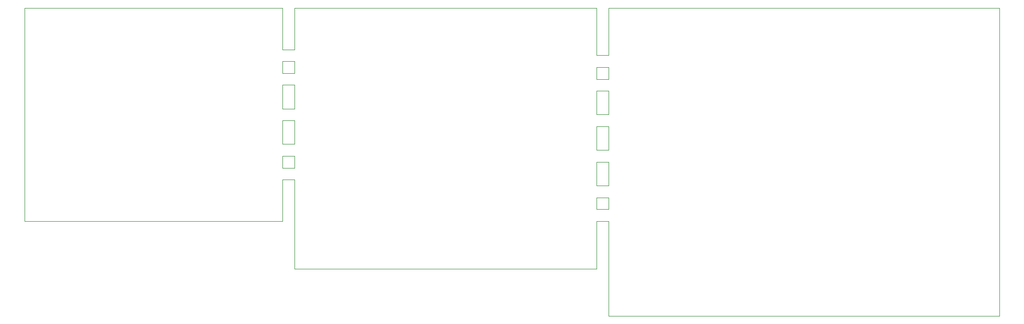
<source format=gm1>
%TF.GenerationSoftware,KiCad,Pcbnew,(6.0.2)*%
%TF.CreationDate,2023-03-09T16:35:16+09:00*%
%TF.ProjectId,pixel_array_study,70697865-6c5f-4617-9272-61795f737475,rev?*%
%TF.SameCoordinates,Original*%
%TF.FileFunction,Profile,NP*%
%FSLAX46Y46*%
G04 Gerber Fmt 4.6, Leading zero omitted, Abs format (unit mm)*
G04 Created by KiCad (PCBNEW (6.0.2)) date 2023-03-09 16:35:16*
%MOMM*%
%LPD*%
G01*
G04 APERTURE LIST*
%TA.AperFunction,Profile*%
%ADD10C,0.100000*%
%TD*%
G04 APERTURE END LIST*
D10*
X147000000Y-20000000D02*
X96000000Y-20000000D01*
X215000000Y-72000000D02*
X149000000Y-72000000D01*
X215000000Y-20000000D02*
X215000000Y-72000000D01*
X149000000Y-20000000D02*
X215000000Y-20000000D01*
X149000000Y-56000000D02*
X149000000Y-72000000D01*
X147000000Y-56000000D02*
X149000000Y-56000000D01*
X147000000Y-64000000D02*
X147000000Y-56000000D01*
X149000000Y-28000000D02*
X149000000Y-20000000D01*
X147000000Y-28000000D02*
X149000000Y-28000000D01*
X147000000Y-20000000D02*
X147000000Y-28000000D01*
X96000000Y-27000000D02*
X96000000Y-20000000D01*
X94000000Y-20000000D02*
X94000000Y-27000000D01*
X94000000Y-29000000D02*
X96000000Y-29000000D01*
X96000000Y-29000000D02*
X96000000Y-31000000D01*
X96000000Y-31000000D02*
X94000000Y-31000000D01*
X94000000Y-31000000D02*
X94000000Y-29000000D01*
X96000000Y-49000000D02*
X96000000Y-64000000D01*
X94000000Y-56000000D02*
X94000000Y-49000000D01*
X94000000Y-45000000D02*
X96000000Y-45000000D01*
X96000000Y-45000000D02*
X96000000Y-47000000D01*
X96000000Y-47000000D02*
X94000000Y-47000000D01*
X94000000Y-47000000D02*
X94000000Y-45000000D01*
X94000000Y-49000000D02*
X96000000Y-49000000D01*
X96000000Y-64000000D02*
X147000000Y-64000000D01*
X94000000Y-27000000D02*
X96000000Y-27000000D01*
X50500000Y-56000000D02*
X94000000Y-56000000D01*
X50500000Y-20000000D02*
X50500000Y-56000000D01*
X94000000Y-20000000D02*
X50500000Y-20000000D01*
X147000000Y-52000000D02*
X149000000Y-52000000D01*
X149000000Y-52000000D02*
X149000000Y-54000000D01*
X149000000Y-54000000D02*
X147000000Y-54000000D01*
X147000000Y-54000000D02*
X147000000Y-52000000D01*
X147000000Y-40000000D02*
X149000000Y-40000000D01*
X149000000Y-40000000D02*
X149000000Y-44000000D01*
X149000000Y-44000000D02*
X147000000Y-44000000D01*
X147000000Y-44000000D02*
X147000000Y-40000000D01*
X147000000Y-30000000D02*
X149000000Y-30000000D01*
X149000000Y-30000000D02*
X149000000Y-32000000D01*
X149000000Y-32000000D02*
X147000000Y-32000000D01*
X147000000Y-32000000D02*
X147000000Y-30000000D01*
X147000000Y-34000000D02*
X149000000Y-34000000D01*
X149000000Y-34000000D02*
X149000000Y-38000000D01*
X149000000Y-38000000D02*
X147000000Y-38000000D01*
X147000000Y-38000000D02*
X147000000Y-34000000D01*
X147000000Y-46000000D02*
X149000000Y-46000000D01*
X149000000Y-46000000D02*
X149000000Y-50000000D01*
X149000000Y-50000000D02*
X147000000Y-50000000D01*
X147000000Y-50000000D02*
X147000000Y-46000000D01*
X94000000Y-39000000D02*
X96000000Y-39000000D01*
X96000000Y-39000000D02*
X96000000Y-43000000D01*
X96000000Y-43000000D02*
X94000000Y-43000000D01*
X94000000Y-43000000D02*
X94000000Y-39000000D01*
X94000000Y-33000000D02*
X96000000Y-33000000D01*
X96000000Y-33000000D02*
X96000000Y-37000000D01*
X96000000Y-37000000D02*
X94000000Y-37000000D01*
X94000000Y-37000000D02*
X94000000Y-33000000D01*
M02*

</source>
